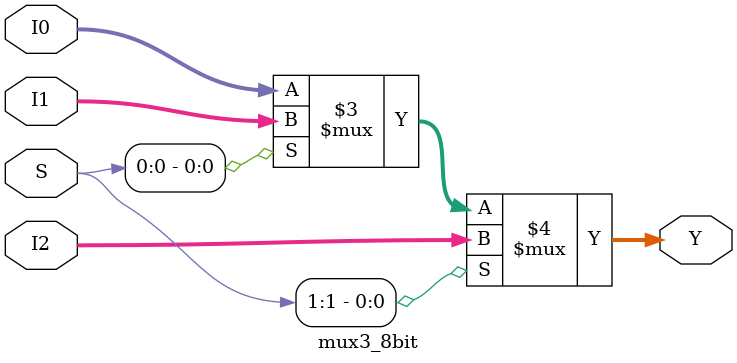
<source format=v>
`timescale 1ns / 1ps
module mux3_8bit(
    input [7:0] I0,
    input [7:0] I1,
    input [7:0] I2,
    input [1:0] S,
    output [7:0] Y
    );

	assign Y = (S[1] == 1'b1) ? I2 : (S[0] == 1'b1) ? I1 : I0;
endmodule

</source>
